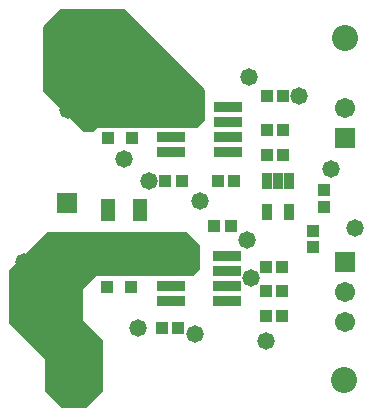
<source format=gts>
G04 Layer_Color=8388736*
%FSLAX25Y25*%
%MOIN*%
G70*
G01*
G75*
%ADD27R,0.09461X0.03800*%
%ADD28R,0.03241X0.05603*%
%ADD29R,0.03950X0.04343*%
%ADD30R,0.04343X0.03950*%
%ADD31R,0.05131X0.07493*%
%ADD32R,0.06706X0.06706*%
%ADD33C,0.06706*%
%ADD34C,0.08674*%
%ADD35C,0.05800*%
G36*
X67913Y57677D02*
Y57480D01*
Y49803D01*
X65551Y47441D01*
X33071D01*
X28740Y43110D01*
X28740D01*
Y32677D01*
X35433Y25984D01*
X35630D01*
Y9055D01*
X35433Y8858D01*
X29921Y3347D01*
X21654D01*
X21457Y3543D01*
X16339Y8661D01*
Y8858D01*
Y19488D01*
X4134Y31693D01*
Y49016D01*
Y49213D01*
X16929Y62008D01*
X63583D01*
X67913Y57677D01*
D02*
G37*
G36*
X69488Y109449D02*
Y109252D01*
Y99213D01*
X67126Y96850D01*
X33465D01*
X32087Y95472D01*
X28740D01*
X15354Y108858D01*
Y130315D01*
X15748Y130709D01*
X21260Y136221D01*
X42717D01*
X69488Y109449D01*
D02*
G37*
D27*
X76968Y39173D02*
D03*
Y44173D02*
D03*
Y49173D02*
D03*
Y54173D02*
D03*
X58071Y39173D02*
D03*
Y44173D02*
D03*
Y49173D02*
D03*
Y54173D02*
D03*
X58268Y103779D02*
D03*
Y98779D02*
D03*
Y93779D02*
D03*
Y88779D02*
D03*
X77165Y103779D02*
D03*
Y98779D02*
D03*
Y93779D02*
D03*
Y88779D02*
D03*
D28*
X97638Y79134D02*
D03*
X93898D02*
D03*
X90158D02*
D03*
Y68819D02*
D03*
X97638D02*
D03*
D29*
X90158Y107480D02*
D03*
X95669D02*
D03*
X55118Y29921D02*
D03*
X60630D02*
D03*
X56299Y79134D02*
D03*
X61811D02*
D03*
X78150Y63976D02*
D03*
X72638D02*
D03*
X79331Y79134D02*
D03*
X73819D02*
D03*
X95669Y95866D02*
D03*
X90158D02*
D03*
X90158Y87795D02*
D03*
X95669D02*
D03*
X95276Y34055D02*
D03*
X89764D02*
D03*
X89764Y50394D02*
D03*
X95276D02*
D03*
X95276Y42520D02*
D03*
X89764D02*
D03*
D30*
X109252Y70472D02*
D03*
Y75984D02*
D03*
X105512Y62402D02*
D03*
Y56890D02*
D03*
X37205Y93307D02*
D03*
Y98819D02*
D03*
X45079Y98819D02*
D03*
Y93307D02*
D03*
X44882Y49213D02*
D03*
Y43701D02*
D03*
X37008Y43701D02*
D03*
Y49213D02*
D03*
D31*
X47835Y69488D02*
D03*
X37205D02*
D03*
D32*
X23425Y71653D02*
D03*
X18504Y37795D02*
D03*
X37795Y113779D02*
D03*
X116142Y51968D02*
D03*
X116339Y93307D02*
D03*
D33*
X116142Y31969D02*
D03*
Y41969D02*
D03*
X116339Y103307D02*
D03*
D34*
X25945Y12598D02*
D03*
X115945D02*
D03*
X116339Y126575D02*
D03*
X26339D02*
D03*
D35*
X23720Y102854D02*
D03*
X67913Y72441D02*
D03*
X89961Y25787D02*
D03*
X119488Y63386D02*
D03*
X111417Y83071D02*
D03*
X66339Y27953D02*
D03*
X50787Y79134D02*
D03*
X83465Y59449D02*
D03*
X100787Y107480D02*
D03*
X84252Y113779D02*
D03*
X84842Y46654D02*
D03*
X9252Y51968D02*
D03*
X47047Y29921D02*
D03*
X42520Y86417D02*
D03*
M02*

</source>
